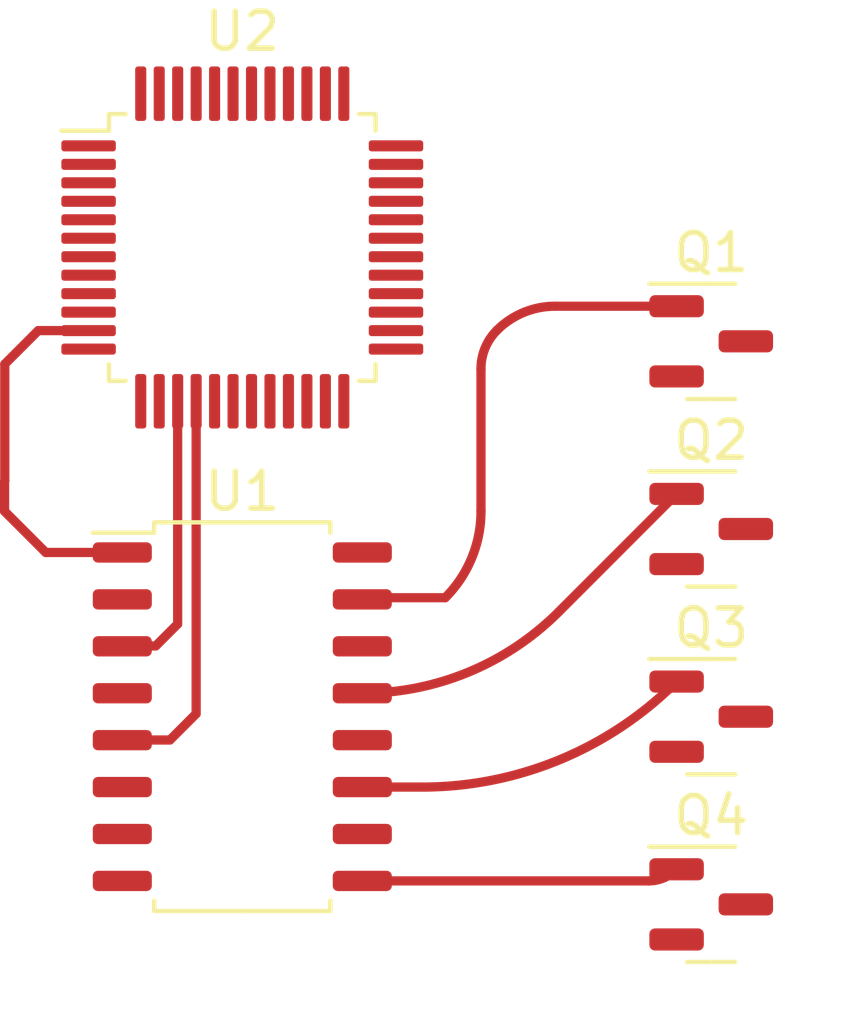
<source format=kicad_pcb>
(kicad_pcb (version 20211014) (generator pcbnew)
  (layers (0 "F.Cu" signal) (31 "B.Cu" signal) (34 "B.Paste" user) (35 "F.Paste" user) (36 "B.SilkS" user "B.Silkscreen") (37 "F.SilkS" user "F.Silkscreen") (38 "B.Mask" user) (39 "F.Mask" user) (44 "Edge.Cuts" user))
  (net 0 "")
  (net 1 "Net-(U1-Pad15)")
  (net 4 "Net-(U1-Pad13)")
  (net 7 "Net-(U1-Pad11)")
  (net 10 "Net-(U1-Pad9)")
  (net 13 "Net-(U1-Pad1)")
  (net 15 "Net-(U1-Pad3)")
  (net 17 "Net-(U1-Pad5)")
  (footprint "Package_TO_SOT_SMD:SOT-23" (layer "F.Cu") (at 124.46 101.6)
    (fp_text reference "Q4" (at 0 -2.4) (layer "F.SilkS"))
    (fp_text value "MMBT3904")
    (fp_line (start 0 -1.56) (end 0.65 -1.56) (layer "F.SilkS") (width 0.12))
    (fp_line (start 0 1.56) (end 0.65 1.56) (layer "F.SilkS") (width 0.12))
    (fp_line (start 0 -1.56) (end -1.675 -1.56) (layer "F.SilkS") (width 0.12))
    (fp_line (start 0 1.56) (end -0.65 1.56) (layer "F.SilkS") (width 0.12))
    (pad "1" smd roundrect (at -0.9375 -0.95) (size 1.475 0.6) (layers "F.Cu" "F.Paste" "F.Mask") (net 10 "Net-(U1-Pad9)"))
    (pad "2" smd roundrect (at -0.9375 0.95) (size 1.475 0.6) (layers "F.Cu" "F.Paste" "F.Mask"))
    (pad "3" smd roundrect (at 0.9375 0) (size 1.475 0.6) (layers "F.Cu" "F.Paste" "F.Mask"))
  )
  (footprint "Package_TO_SOT_SMD:SOT-23" (layer "F.Cu") (at 124.46 91.44)
    (fp_text reference "Q2" (at 0 -2.4) (layer "F.SilkS"))
    (fp_text value "MMBT3904")
    (fp_line (start 0 -1.56) (end 0.65 -1.56) (layer "F.SilkS") (width 0.12))
    (fp_line (start 0 1.56) (end -0.65 1.56) (layer "F.SilkS") (width 0.12))
    (fp_line (start 0 -1.56) (end -1.675 -1.56) (layer "F.SilkS") (width 0.12))
    (fp_line (start 0 1.56) (end 0.65 1.56) (layer "F.SilkS") (width 0.12))
    (pad "1" smd roundrect (at -0.9375 -0.95) (size 1.475 0.6) (layers "F.Cu" "F.Paste" "F.Mask") (net 4 "Net-(U1-Pad13)"))
    (pad "2" smd roundrect (at -0.9375 0.95) (size 1.475 0.6) (layers "F.Cu" "F.Paste" "F.Mask"))
    (pad "3" smd roundrect (at 0.9375 0) (size 1.475 0.6) (layers "F.Cu" "F.Paste" "F.Mask"))
  )
  (footprint "Package_TO_SOT_SMD:SOT-23" (layer "F.Cu") (at 124.46 86.36)
    (fp_text reference "Q1" (at 0 -2.4) (layer "F.SilkS"))
    (fp_text value "MMBT3904")
    (fp_line (start 0 -1.56) (end 0.65 -1.56) (layer "F.SilkS") (width 0.12))
    (fp_line (start 0 -1.56) (end -1.675 -1.56) (layer "F.SilkS") (width 0.12))
    (fp_line (start 0 1.56) (end -0.65 1.56) (layer "F.SilkS") (width 0.12))
    (fp_line (start 0 1.56) (end 0.65 1.56) (layer "F.SilkS") (width 0.12))
    (pad "1" smd roundrect (at -0.9375 -0.95) (size 1.475 0.6) (layers "F.Cu" "F.Paste" "F.Mask") (net 1 "Net-(U1-Pad15)"))
    (pad "2" smd roundrect (at -0.9375 0.95) (size 1.475 0.6) (layers "F.Cu" "F.Paste" "F.Mask"))
    (pad "3" smd roundrect (at 0.9375 0) (size 1.475 0.6) (layers "F.Cu" "F.Paste" "F.Mask"))
  )
  (footprint "Package_QFP:LQFP-48_7x7mm_P0.5mm" (layer "F.Cu") (at 111.76 83.82)
    (fp_text reference "U2" (at 0 -5.85) (layer "F.SilkS"))
    (fp_text value "STM32F103C8Tx")
    (fp_line (start -3.61 3.61) (end -3.61 3.16) (layer "F.SilkS") (width 0.12))
    (fp_line (start -3.16 -3.61) (end -3.61 -3.61) (layer "F.SilkS") (width 0.12))
    (fp_line (start 3.16 -3.61) (end 3.61 -3.61) (layer "F.SilkS") (width 0.12))
    (fp_line (start -3.61 -3.16) (end -4.9 -3.16) (layer "F.SilkS") (width 0.12))
    (fp_line (start -3.16 3.61) (end -3.61 3.61) (layer "F.SilkS") (width 0.12))
    (fp_line (start -3.61 -3.61) (end -3.61 -3.16) (layer "F.SilkS") (width 0.12))
    (fp_line (start 3.61 -3.61) (end 3.61 -3.16) (layer "F.SilkS") (width 0.12))
    (fp_line (start 3.16 3.61) (end 3.61 3.61) (layer "F.SilkS") (width 0.12))
    (fp_line (start 3.61 3.61) (end 3.61 3.16) (layer "F.SilkS") (width 0.12))
    (pad "1" smd roundrect (at -4.1625 -2.75) (size 1.475 0.3) (layers "F.Cu" "F.Paste" "F.Mask"))
    (pad "2" smd roundrect (at -4.1625 -2.25) (size 1.475 0.3) (layers "F.Cu" "F.Paste" "F.Mask"))
    (pad "3" smd roundrect (at -4.1625 -1.75) (size 1.475 0.3) (layers "F.Cu" "F.Paste" "F.Mask"))
    (pad "4" smd roundrect (at -4.1625 -1.25) (size 1.475 0.3) (layers "F.Cu" "F.Paste" "F.Mask"))
    (pad "5" smd roundrect (at -4.1625 -0.75) (size 1.475 0.3) (layers "F.Cu" "F.Paste" "F.Mask"))
    (pad "6" smd roundrect (at -4.1625 -0.25) (size 1.475 0.3) (layers "F.Cu" "F.Paste" "F.Mask"))
    (pad "7" smd roundrect (at -4.1625 0.25) (size 1.475 0.3) (layers "F.Cu" "F.Paste" "F.Mask"))
    (pad "8" smd roundrect (at -4.1625 0.75) (size 1.475 0.3) (layers "F.Cu" "F.Paste" "F.Mask"))
    (pad "9" smd roundrect (at -4.1625 1.25) (size 1.475 0.3) (layers "F.Cu" "F.Paste" "F.Mask"))
    (pad "10" smd roundrect (at -4.1625 1.75) (size 1.475 0.3) (layers "F.Cu" "F.Paste" "F.Mask"))
    (pad "11" smd roundrect (at -4.1625 2.25) (size 1.475 0.3) (layers "F.Cu" "F.Paste" "F.Mask") (net 13 "Net-(U1-Pad1)"))
    (pad "12" smd roundrect (at -4.1625 2.75) (size 1.475 0.3) (layers "F.Cu" "F.Paste" "F.Mask"))
    (pad "13" smd roundrect (at -2.75 4.1625) (size 0.3 1.475) (layers "F.Cu" "F.Paste" "F.Mask"))
    (pad "14" smd roundrect (at -2.25 4.1625) (size 0.3 1.475) (layers "F.Cu" "F.Paste" "F.Mask"))
    (pad "15" smd roundrect (at -1.75 4.1625) (size 0.3 1.475) (layers "F.Cu" "F.Paste" "F.Mask") (net 15 "Net-(U1-Pad3)"))
    (pad "16" smd roundrect (at -1.25 4.1625) (size 0.3 1.475) (layers "F.Cu" "F.Paste" "F.Mask") (net 17 "Net-(U1-Pad5)"))
    (pad "17" smd roundrect (at -0.75 4.1625) (size 0.3 1.475) (layers "F.Cu" "F.Paste" "F.Mask"))
    (pad "18" smd roundrect (at -0.25 4.1625) (size 0.3 1.475) (layers "F.Cu" "F.Paste" "F.Mask"))
    (pad "19" smd roundrect (at 0.25 4.1625) (size 0.3 1.475) (layers "F.Cu" "F.Paste" "F.Mask"))
    (pad "20" smd roundrect (at 0.75 4.1625) (size 0.3 1.475) (layers "F.Cu" "F.Paste" "F.Mask"))
    (pad "21" smd roundrect (at 1.25 4.1625) (size 0.3 1.475) (layers "F.Cu" "F.Paste" "F.Mask"))
    (pad "22" smd roundrect (at 1.75 4.1625) (size 0.3 1.475) (layers "F.Cu" "F.Paste" "F.Mask"))
    (pad "23" smd roundrect (at 2.25 4.1625) (size 0.3 1.475) (layers "F.Cu" "F.Paste" "F.Mask"))
    (pad "24" smd roundrect (at 2.75 4.1625) (size 0.3 1.475) (layers "F.Cu" "F.Paste" "F.Mask"))
    (pad "25" smd roundrect (at 4.1625 2.75) (size 1.475 0.3) (layers "F.Cu" "F.Paste" "F.Mask"))
    (pad "26" smd roundrect (at 4.1625 2.25) (size 1.475 0.3) (layers "F.Cu" "F.Paste" "F.Mask"))
    (pad "27" smd roundrect (at 4.1625 1.75) (size 1.475 0.3) (layers "F.Cu" "F.Paste" "F.Mask"))
    (pad "28" smd roundrect (at 4.1625 1.25) (size 1.475 0.3) (layers "F.Cu" "F.Paste" "F.Mask"))
    (pad "29" smd roundrect (at 4.1625 0.75) (size 1.475 0.3) (layers "F.Cu" "F.Paste" "F.Mask"))
    (pad "30" smd roundrect (at 4.1625 0.25) (size 1.475 0.3) (layers "F.Cu" "F.Paste" "F.Mask"))
    (pad "31" smd roundrect (at 4.1625 -0.25) (size 1.475 0.3) (layers "F.Cu" "F.Paste" "F.Mask"))
    (pad "32" smd roundrect (at 4.1625 -0.75) (size 1.475 0.3) (layers "F.Cu" "F.Paste" "F.Mask"))
    (pad "33" smd roundrect (at 4.1625 -1.25) (size 1.475 0.3) (layers "F.Cu" "F.Paste" "F.Mask"))
    (pad "34" smd roundrect (at 4.1625 -1.75) (size 1.475 0.3) (layers "F.Cu" "F.Paste" "F.Mask"))
    (pad "35" smd roundrect (at 4.1625 -2.25) (size 1.475 0.3) (layers "F.Cu" "F.Paste" "F.Mask"))
    (pad "36" smd roundrect (at 4.1625 -2.75) (size 1.475 0.3) (layers "F.Cu" "F.Paste" "F.Mask"))
    (pad "37" smd roundrect (at 2.75 -4.1625) (size 0.3 1.475) (layers "F.Cu" "F.Paste" "F.Mask"))
    (pad "38" smd roundrect (at 2.25 -4.1625) (size 0.3 1.475) (layers "F.Cu" "F.Paste" "F.Mask"))
    (pad "39" smd roundrect (at 1.75 -4.1625) (size 0.3 1.475) (layers "F.Cu" "F.Paste" "F.Mask"))
    (pad "40" smd roundrect (at 1.25 -4.1625) (size 0.3 1.475) (layers "F.Cu" "F.Paste" "F.Mask"))
    (pad "41" smd roundrect (at 0.75 -4.1625) (size 0.3 1.475) (layers "F.Cu" "F.Paste" "F.Mask"))
    (pad "42" smd roundrect (at 0.25 -4.1625) (size 0.3 1.475) (layers "F.Cu" "F.Paste" "F.Mask"))
    (pad "43" smd roundrect (at -0.25 -4.1625) (size 0.3 1.475) (layers "F.Cu" "F.Paste" "F.Mask"))
    (pad "44" smd roundrect (at -0.75 -4.1625) (size 0.3 1.475) (layers "F.Cu" "F.Paste" "F.Mask"))
    (pad "45" smd roundrect (at -1.25 -4.1625) (size 0.3 1.475) (layers "F.Cu" "F.Paste" "F.Mask"))
    (pad "46" smd roundrect (at -1.75 -4.1625) (size 0.3 1.475) (layers "F.Cu" "F.Paste" "F.Mask"))
    (pad "47" smd roundrect (at -2.25 -4.1625) (size 0.3 1.475) (layers "F.Cu" "F.Paste" "F.Mask"))
    (pad "48" smd roundrect (at -2.75 -4.1625) (size 0.3 1.475) (layers "F.Cu" "F.Paste" "F.Mask"))
  )
  (footprint "Package_SO:SOIC-16_4.55x10.3mm_P1.27mm" (layer "F.Cu") (at 111.76 96.52)
    (fp_text reference "U1" (at 0 -6.1) (layer "F.SilkS"))
    (fp_text value "TLP291-4")
    (fp_line (start -2.385 -4.98) (end -4.05 -4.98) (layer "F.SilkS") (width 0.12))
    (fp_line (start 0 5.26) (end -2.385 5.26) (layer "F.SilkS") (width 0.12))
    (fp_line (start 2.385 -5.26) (end 2.385 -4.98) (layer "F.SilkS") (width 0.12))
    (fp_line (start -2.385 -5.26) (end -2.385 -4.98) (layer "F.SilkS") (width 0.12))
    (fp_line (start 0 -5.26) (end 2.385 -5.26) (layer "F.SilkS") (width 0.12))
    (fp_line (start 0 -5.26) (end -2.385 -5.26) (layer "F.SilkS") (width 0.12))
    (fp_line (start -2.385 5.26) (end -2.385 4.98) (layer "F.SilkS") (width 0.12))
    (fp_line (start 2.385 5.26) (end 2.385 4.98) (layer "F.SilkS") (width 0.12))
    (fp_line (start 0 5.26) (end 2.385 5.26) (layer "F.SilkS") (width 0.12))
    (pad "1" smd roundrect (at -3.25 -4.445) (size 1.6 0.55) (layers "F.Cu" "F.Paste" "F.Mask") (net 13 "Net-(U1-Pad1)"))
    (pad "2" smd roundrect (at -3.25 -3.175) (size 1.6 0.55) (layers "F.Cu" "F.Paste" "F.Mask"))
    (pad "3" smd roundrect (at -3.25 -1.905) (size 1.6 0.55) (layers "F.Cu" "F.Paste" "F.Mask") (net 15 "Net-(U1-Pad3)"))
    (pad "4" smd roundrect (at -3.25 -0.635) (size 1.6 0.55) (layers "F.Cu" "F.Paste" "F.Mask"))
    (pad "5" smd roundrect (at -3.25 0.635) (size 1.6 0.55) (layers "F.Cu" "F.Paste" "F.Mask") (net 17 "Net-(U1-Pad5)"))
    (pad "6" smd roundrect (at -3.25 1.905) (size 1.6 0.55) (layers "F.Cu" "F.Paste" "F.Mask"))
    (pad "7" smd roundrect (at -3.25 3.175) (size 1.6 0.55) (layers "F.Cu" "F.Paste" "F.Mask"))
    (pad "8" smd roundrect (at -3.25 4.445) (size 1.6 0.55) (layers "F.Cu" "F.Paste" "F.Mask"))
    (pad "9" smd roundrect (at 3.25 4.445) (size 1.6 0.55) (layers "F.Cu" "F.Paste" "F.Mask") (net 10 "Net-(U1-Pad9)"))
    (pad "10" smd roundrect (at 3.25 3.175) (size 1.6 0.55) (layers "F.Cu" "F.Paste" "F.Mask"))
    (pad "11" smd roundrect (at 3.25 1.905) (size 1.6 0.55) (layers "F.Cu" "F.Paste" "F.Mask") (net 7 "Net-(U1-Pad11)"))
    (pad "12" smd roundrect (at 3.25 0.635) (size 1.6 0.55) (layers "F.Cu" "F.Paste" "F.Mask"))
    (pad "13" smd roundrect (at 3.25 -0.635) (size 1.6 0.55) (layers "F.Cu" "F.Paste" "F.Mask") (net 4 "Net-(U1-Pad13)"))
    (pad "14" smd roundrect (at 3.25 -1.905) (size 1.6 0.55) (layers "F.Cu" "F.Paste" "F.Mask"))
    (pad "15" smd roundrect (at 3.25 -3.175) (size 1.6 0.55) (layers "F.Cu" "F.Paste" "F.Mask") (net 1 "Net-(U1-Pad15)"))
    (pad "16" smd roundrect (at 3.25 -4.445) (size 1.6 0.55) (layers "F.Cu" "F.Paste" "F.Mask"))
  )
  (footprint "Package_TO_SOT_SMD:SOT-23" (layer "F.Cu") (at 124.46 96.52)
    (fp_text reference "Q3" (at 0 -2.4) (layer "F.SilkS"))
    (fp_text value "MMBT3904")
    (fp_line (start 0 -1.56) (end 0.65 -1.56) (layer "F.SilkS") (width 0.12))
    (fp_line (start 0 1.56) (end 0.65 1.56) (layer "F.SilkS") (width 0.12))
    (fp_line (start 0 -1.56) (end -1.675 -1.56) (layer "F.SilkS") (width 0.12))
    (fp_line (start 0 1.56) (end -0.65 1.56) (layer "F.SilkS") (width 0.12))
    (pad "1" smd roundrect (at -0.9375 -0.95) (size 1.475 0.6) (layers "F.Cu" "F.Paste" "F.Mask") (net 7 "Net-(U1-Pad11)"))
    (pad "2" smd roundrect (at -0.9375 0.95) (size 1.475 0.6) (layers "F.Cu" "F.Paste" "F.Mask"))
    (pad "3" smd roundrect (at 0.9375 0) (size 1.475 0.6) (layers "F.Cu" "F.Paste" "F.Mask"))
  )
  (segment (start 118.224831 90.960684) (end 118.224831 87.102747) (width 0.25) (layer "F.Cu") (net 1))
  (segment (start 120.231103 85.41) (end 123.5225 85.41) (width 0.25) (layer "F.Cu") (net 1))
  (segment (start 115.119349 93.299706) (end 117.255976 93.299706) (width 0.25) (layer "F.Cu") (net 1))
  (arc (start 115.01 93.345) (mid 115.060169 93.311478) (end 115.119349 93.299706) (width 0.25) (layer "F.Cu") (net 1))
  (arc (start 117.255976 93.299706) (mid 117.973034 92.226554) (end 118.224831 90.960684) (width 0.25) (layer "F.Cu") (net 1))
  (arc (start 118.655692 86.062557) (mid 119.378497 85.579594) (end 120.231103 85.41) (width 0.25) (layer "F.Cu") (net 1))
  (arc (start 118.224831 87.102747) (mid 118.336808 86.539801) (end 118.655692 86.062557) (width 0.25) (layer "F.Cu") (net 1))
  (segment (start 120.331906 93.680595) (end 123.5225 90.49) (width 0.25) (layer "F.Cu") (net 4))
  (arc (start 115.01 95.885) (mid 117.890195 95.312094) (end 120.331906 93.680595) (width 0.25) (layer "F.Cu") (net 4))
  (segment (start 115.01 98.425) (end 116.629921 98.425) (width 0.25) (layer "F.Cu") (net 7))
  (arc (start 116.629921 98.425) (mid 120.360158 97.683009) (end 123.5225 95.57) (width 0.25) (layer "F.Cu") (net 7))
  (segment (start 115.01 100.965) (end 122.762023 100.965) (width 0.25) (layer "F.Cu") (net 10))
  (arc (start 122.762023 100.965) (mid 123.17359 100.883134) (end 123.5225 100.65) (width 0.25) (layer "F.Cu") (net 10))
  (segment (start 105.322904 90.961633) (end 105.322904 90.147781) (width 0.25) (layer "F.Cu") (net 13))
  (segment (start 108.51 92.075) (end 106.436271 92.075) (width 0.25) (layer "F.Cu") (net 13))
  (segment (start 105.322904 90.147781) (end 105.328109 90.142576) (width 0.25) (layer "F.Cu") (net 13))
  (segment (start 105.328109 90.142576) (end 105.328109 86.975861) (width 0.25) (layer "F.Cu") (net 13))
  (segment (start 105.328109 86.975861) (end 106.23397 86.07) (width 0.25) (layer "F.Cu") (net 13))
  (segment (start 106.23397 86.07) (end 107.5975 86.07) (width 0.25) (layer "F.Cu") (net 13))
  (segment (start 106.436271 92.075) (end 105.322904 90.961633) (width 0.25) (layer "F.Cu") (net 13))
  (segment (start 108.51 94.615) (end 108.520179 94.604821) (width 0.25) (layer "F.Cu") (net 15))
  (segment (start 110.01 94.011543) (end 110.01 87.9825) (width 0.25) (layer "F.Cu") (net 15))
  (segment (start 109.416722 94.604821) (end 110.01 94.011543) (width 0.25) (layer "F.Cu") (net 15))
  (segment (start 108.520179 94.604821) (end 109.416722 94.604821) (width 0.25) (layer "F.Cu") (net 15))
  (segment (start 110.51 96.44064) (end 110.51 87.9825) (width 0.25) (layer "F.Cu") (net 17))
  (segment (start 109.799758 97.150882) (end 110.51 96.44064) (width 0.25) (layer "F.Cu") (net 17))
  (segment (start 108.51 97.155) (end 108.514118 97.150882) (width 0.25) (layer "F.Cu") (net 17))
  (segment (start 108.514118 97.150882) (end 109.799758 97.150882) (width 0.25) (layer "F.Cu") (net 17))
)
</source>
